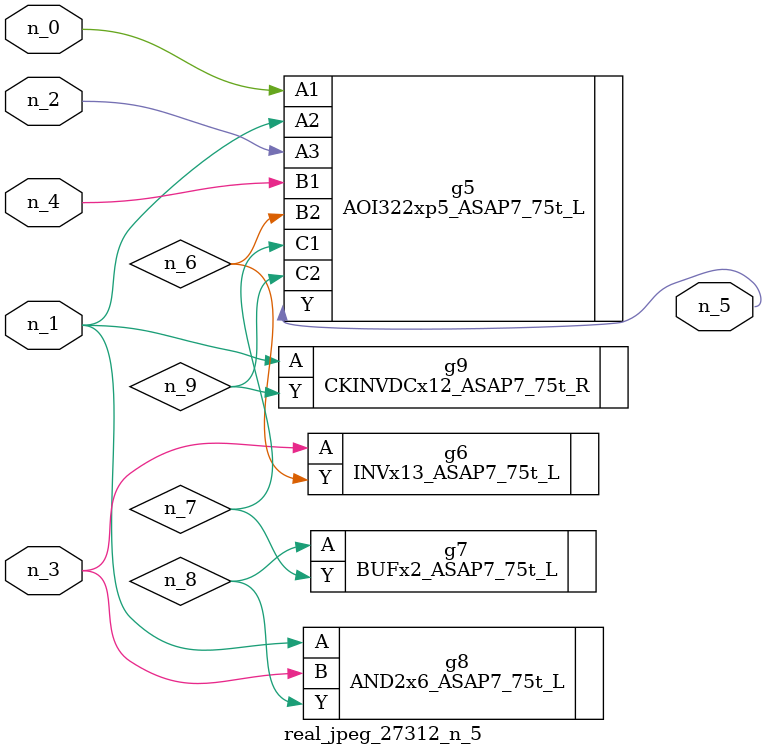
<source format=v>
module real_jpeg_27312_n_5 (n_4, n_0, n_1, n_2, n_3, n_5);

input n_4;
input n_0;
input n_1;
input n_2;
input n_3;

output n_5;

wire n_8;
wire n_6;
wire n_7;
wire n_9;

AOI322xp5_ASAP7_75t_L g5 ( 
.A1(n_0),
.A2(n_1),
.A3(n_2),
.B1(n_4),
.B2(n_6),
.C1(n_7),
.C2(n_9),
.Y(n_5)
);

AND2x6_ASAP7_75t_L g8 ( 
.A(n_1),
.B(n_3),
.Y(n_8)
);

CKINVDCx12_ASAP7_75t_R g9 ( 
.A(n_1),
.Y(n_9)
);

INVx13_ASAP7_75t_L g6 ( 
.A(n_3),
.Y(n_6)
);

BUFx2_ASAP7_75t_L g7 ( 
.A(n_8),
.Y(n_7)
);


endmodule
</source>
